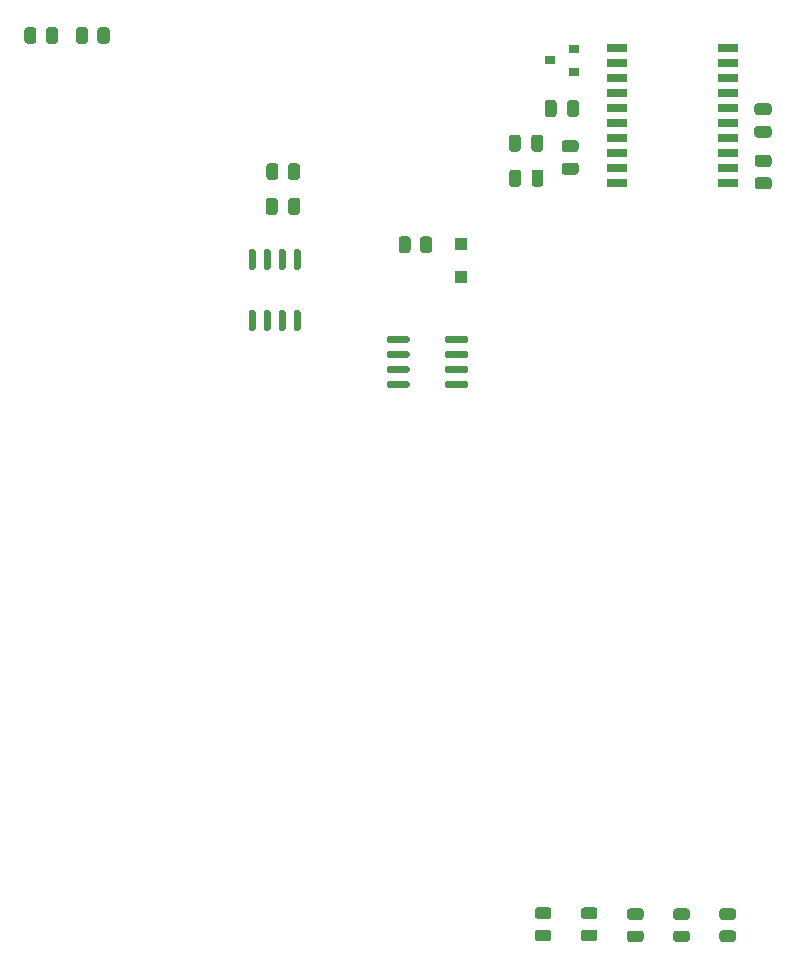
<source format=gbr>
%TF.GenerationSoftware,KiCad,Pcbnew,(5.1.9)-1*%
%TF.CreationDate,2021-04-03T20:31:08-05:00*%
%TF.ProjectId,IV Curve Tracer,49562043-7572-4766-9520-547261636572,1.1*%
%TF.SameCoordinates,Original*%
%TF.FileFunction,Paste,Top*%
%TF.FilePolarity,Positive*%
%FSLAX46Y46*%
G04 Gerber Fmt 4.6, Leading zero omitted, Abs format (unit mm)*
G04 Created by KiCad (PCBNEW (5.1.9)-1) date 2021-04-03 20:31:08*
%MOMM*%
%LPD*%
G01*
G04 APERTURE LIST*
%ADD10R,1.100000X1.100000*%
%ADD11R,1.800000X0.650000*%
%ADD12R,0.900000X0.800000*%
G04 APERTURE END LIST*
%TO.C,U3*%
G36*
G01*
X53575000Y-46680000D02*
X53875000Y-46680000D01*
G75*
G02*
X54025000Y-46830000I0J-150000D01*
G01*
X54025000Y-48280000D01*
G75*
G02*
X53875000Y-48430000I-150000J0D01*
G01*
X53575000Y-48430000D01*
G75*
G02*
X53425000Y-48280000I0J150000D01*
G01*
X53425000Y-46830000D01*
G75*
G02*
X53575000Y-46680000I150000J0D01*
G01*
G37*
G36*
G01*
X52305000Y-46680000D02*
X52605000Y-46680000D01*
G75*
G02*
X52755000Y-46830000I0J-150000D01*
G01*
X52755000Y-48280000D01*
G75*
G02*
X52605000Y-48430000I-150000J0D01*
G01*
X52305000Y-48430000D01*
G75*
G02*
X52155000Y-48280000I0J150000D01*
G01*
X52155000Y-46830000D01*
G75*
G02*
X52305000Y-46680000I150000J0D01*
G01*
G37*
G36*
G01*
X51035000Y-46680000D02*
X51335000Y-46680000D01*
G75*
G02*
X51485000Y-46830000I0J-150000D01*
G01*
X51485000Y-48280000D01*
G75*
G02*
X51335000Y-48430000I-150000J0D01*
G01*
X51035000Y-48430000D01*
G75*
G02*
X50885000Y-48280000I0J150000D01*
G01*
X50885000Y-46830000D01*
G75*
G02*
X51035000Y-46680000I150000J0D01*
G01*
G37*
G36*
G01*
X49765000Y-46680000D02*
X50065000Y-46680000D01*
G75*
G02*
X50215000Y-46830000I0J-150000D01*
G01*
X50215000Y-48280000D01*
G75*
G02*
X50065000Y-48430000I-150000J0D01*
G01*
X49765000Y-48430000D01*
G75*
G02*
X49615000Y-48280000I0J150000D01*
G01*
X49615000Y-46830000D01*
G75*
G02*
X49765000Y-46680000I150000J0D01*
G01*
G37*
G36*
G01*
X49765000Y-41530000D02*
X50065000Y-41530000D01*
G75*
G02*
X50215000Y-41680000I0J-150000D01*
G01*
X50215000Y-43130000D01*
G75*
G02*
X50065000Y-43280000I-150000J0D01*
G01*
X49765000Y-43280000D01*
G75*
G02*
X49615000Y-43130000I0J150000D01*
G01*
X49615000Y-41680000D01*
G75*
G02*
X49765000Y-41530000I150000J0D01*
G01*
G37*
G36*
G01*
X51035000Y-41530000D02*
X51335000Y-41530000D01*
G75*
G02*
X51485000Y-41680000I0J-150000D01*
G01*
X51485000Y-43130000D01*
G75*
G02*
X51335000Y-43280000I-150000J0D01*
G01*
X51035000Y-43280000D01*
G75*
G02*
X50885000Y-43130000I0J150000D01*
G01*
X50885000Y-41680000D01*
G75*
G02*
X51035000Y-41530000I150000J0D01*
G01*
G37*
G36*
G01*
X52305000Y-41530000D02*
X52605000Y-41530000D01*
G75*
G02*
X52755000Y-41680000I0J-150000D01*
G01*
X52755000Y-43130000D01*
G75*
G02*
X52605000Y-43280000I-150000J0D01*
G01*
X52305000Y-43280000D01*
G75*
G02*
X52155000Y-43130000I0J150000D01*
G01*
X52155000Y-41680000D01*
G75*
G02*
X52305000Y-41530000I150000J0D01*
G01*
G37*
G36*
G01*
X53575000Y-41530000D02*
X53875000Y-41530000D01*
G75*
G02*
X54025000Y-41680000I0J-150000D01*
G01*
X54025000Y-43130000D01*
G75*
G02*
X53875000Y-43280000I-150000J0D01*
G01*
X53575000Y-43280000D01*
G75*
G02*
X53425000Y-43130000I0J150000D01*
G01*
X53425000Y-41680000D01*
G75*
G02*
X53575000Y-41530000I150000J0D01*
G01*
G37*
%TD*%
D10*
%TO.C,D4*%
X67610000Y-43840000D03*
X67610000Y-41040000D03*
%TD*%
%TO.C,U4*%
G36*
G01*
X68200000Y-52835000D02*
X68200000Y-53135000D01*
G75*
G02*
X68050000Y-53285000I-150000J0D01*
G01*
X66400000Y-53285000D01*
G75*
G02*
X66250000Y-53135000I0J150000D01*
G01*
X66250000Y-52835000D01*
G75*
G02*
X66400000Y-52685000I150000J0D01*
G01*
X68050000Y-52685000D01*
G75*
G02*
X68200000Y-52835000I0J-150000D01*
G01*
G37*
G36*
G01*
X68200000Y-51565000D02*
X68200000Y-51865000D01*
G75*
G02*
X68050000Y-52015000I-150000J0D01*
G01*
X66400000Y-52015000D01*
G75*
G02*
X66250000Y-51865000I0J150000D01*
G01*
X66250000Y-51565000D01*
G75*
G02*
X66400000Y-51415000I150000J0D01*
G01*
X68050000Y-51415000D01*
G75*
G02*
X68200000Y-51565000I0J-150000D01*
G01*
G37*
G36*
G01*
X68200000Y-50295000D02*
X68200000Y-50595000D01*
G75*
G02*
X68050000Y-50745000I-150000J0D01*
G01*
X66400000Y-50745000D01*
G75*
G02*
X66250000Y-50595000I0J150000D01*
G01*
X66250000Y-50295000D01*
G75*
G02*
X66400000Y-50145000I150000J0D01*
G01*
X68050000Y-50145000D01*
G75*
G02*
X68200000Y-50295000I0J-150000D01*
G01*
G37*
G36*
G01*
X68200000Y-49025000D02*
X68200000Y-49325000D01*
G75*
G02*
X68050000Y-49475000I-150000J0D01*
G01*
X66400000Y-49475000D01*
G75*
G02*
X66250000Y-49325000I0J150000D01*
G01*
X66250000Y-49025000D01*
G75*
G02*
X66400000Y-48875000I150000J0D01*
G01*
X68050000Y-48875000D01*
G75*
G02*
X68200000Y-49025000I0J-150000D01*
G01*
G37*
G36*
G01*
X63250000Y-49025000D02*
X63250000Y-49325000D01*
G75*
G02*
X63100000Y-49475000I-150000J0D01*
G01*
X61450000Y-49475000D01*
G75*
G02*
X61300000Y-49325000I0J150000D01*
G01*
X61300000Y-49025000D01*
G75*
G02*
X61450000Y-48875000I150000J0D01*
G01*
X63100000Y-48875000D01*
G75*
G02*
X63250000Y-49025000I0J-150000D01*
G01*
G37*
G36*
G01*
X63250000Y-50295000D02*
X63250000Y-50595000D01*
G75*
G02*
X63100000Y-50745000I-150000J0D01*
G01*
X61450000Y-50745000D01*
G75*
G02*
X61300000Y-50595000I0J150000D01*
G01*
X61300000Y-50295000D01*
G75*
G02*
X61450000Y-50145000I150000J0D01*
G01*
X63100000Y-50145000D01*
G75*
G02*
X63250000Y-50295000I0J-150000D01*
G01*
G37*
G36*
G01*
X63250000Y-51565000D02*
X63250000Y-51865000D01*
G75*
G02*
X63100000Y-52015000I-150000J0D01*
G01*
X61450000Y-52015000D01*
G75*
G02*
X61300000Y-51865000I0J150000D01*
G01*
X61300000Y-51565000D01*
G75*
G02*
X61450000Y-51415000I150000J0D01*
G01*
X63100000Y-51415000D01*
G75*
G02*
X63250000Y-51565000I0J-150000D01*
G01*
G37*
G36*
G01*
X63250000Y-52835000D02*
X63250000Y-53135000D01*
G75*
G02*
X63100000Y-53285000I-150000J0D01*
G01*
X61450000Y-53285000D01*
G75*
G02*
X61300000Y-53135000I0J150000D01*
G01*
X61300000Y-52835000D01*
G75*
G02*
X61450000Y-52685000I150000J0D01*
G01*
X63100000Y-52685000D01*
G75*
G02*
X63250000Y-52835000I0J-150000D01*
G01*
G37*
%TD*%
%TO.C,C6*%
G36*
G01*
X52080000Y-37425000D02*
X52080000Y-38375000D01*
G75*
G02*
X51830000Y-38625000I-250000J0D01*
G01*
X51330000Y-38625000D01*
G75*
G02*
X51080000Y-38375000I0J250000D01*
G01*
X51080000Y-37425000D01*
G75*
G02*
X51330000Y-37175000I250000J0D01*
G01*
X51830000Y-37175000D01*
G75*
G02*
X52080000Y-37425000I0J-250000D01*
G01*
G37*
G36*
G01*
X53980000Y-37425000D02*
X53980000Y-38375000D01*
G75*
G02*
X53730000Y-38625000I-250000J0D01*
G01*
X53230000Y-38625000D01*
G75*
G02*
X52980000Y-38375000I0J250000D01*
G01*
X52980000Y-37425000D01*
G75*
G02*
X53230000Y-37175000I250000J0D01*
G01*
X53730000Y-37175000D01*
G75*
G02*
X53980000Y-37425000I0J-250000D01*
G01*
G37*
%TD*%
D11*
%TO.C,U5*%
X80775000Y-35955000D03*
X80775000Y-34685000D03*
X80775000Y-33415000D03*
X80775000Y-32145000D03*
X80775000Y-30875000D03*
X80775000Y-29605000D03*
X80775000Y-28335000D03*
X80775000Y-27065000D03*
X80775000Y-25795000D03*
X80775000Y-24525000D03*
X90225000Y-24525000D03*
X90225000Y-25795000D03*
X90225000Y-27065000D03*
X90225000Y-28335000D03*
X90225000Y-29605000D03*
X90225000Y-30875000D03*
X90225000Y-32145000D03*
X90225000Y-33415000D03*
X90225000Y-34685000D03*
X90225000Y-35955000D03*
%TD*%
D12*
%TO.C,U6*%
X75150000Y-25530000D03*
X77150000Y-24580000D03*
X77150000Y-26480000D03*
%TD*%
%TO.C,R14*%
G36*
G01*
X36820000Y-23880001D02*
X36820000Y-22979999D01*
G75*
G02*
X37069999Y-22730000I249999J0D01*
G01*
X37595001Y-22730000D01*
G75*
G02*
X37845000Y-22979999I0J-249999D01*
G01*
X37845000Y-23880001D01*
G75*
G02*
X37595001Y-24130000I-249999J0D01*
G01*
X37069999Y-24130000D01*
G75*
G02*
X36820000Y-23880001I0J249999D01*
G01*
G37*
G36*
G01*
X34995000Y-23880001D02*
X34995000Y-22979999D01*
G75*
G02*
X35244999Y-22730000I249999J0D01*
G01*
X35770001Y-22730000D01*
G75*
G02*
X36020000Y-22979999I0J-249999D01*
G01*
X36020000Y-23880001D01*
G75*
G02*
X35770001Y-24130000I-249999J0D01*
G01*
X35244999Y-24130000D01*
G75*
G02*
X34995000Y-23880001I0J249999D01*
G01*
G37*
%TD*%
%TO.C,R13*%
G36*
G01*
X32452500Y-23880001D02*
X32452500Y-22979999D01*
G75*
G02*
X32702499Y-22730000I249999J0D01*
G01*
X33227501Y-22730000D01*
G75*
G02*
X33477500Y-22979999I0J-249999D01*
G01*
X33477500Y-23880001D01*
G75*
G02*
X33227501Y-24130000I-249999J0D01*
G01*
X32702499Y-24130000D01*
G75*
G02*
X32452500Y-23880001I0J249999D01*
G01*
G37*
G36*
G01*
X30627500Y-23880001D02*
X30627500Y-22979999D01*
G75*
G02*
X30877499Y-22730000I249999J0D01*
G01*
X31402501Y-22730000D01*
G75*
G02*
X31652500Y-22979999I0J-249999D01*
G01*
X31652500Y-23880001D01*
G75*
G02*
X31402501Y-24130000I-249999J0D01*
G01*
X30877499Y-24130000D01*
G75*
G02*
X30627500Y-23880001I0J249999D01*
G01*
G37*
%TD*%
%TO.C,R10*%
G36*
G01*
X63337500Y-40689999D02*
X63337500Y-41590001D01*
G75*
G02*
X63087501Y-41840000I-249999J0D01*
G01*
X62562499Y-41840000D01*
G75*
G02*
X62312500Y-41590001I0J249999D01*
G01*
X62312500Y-40689999D01*
G75*
G02*
X62562499Y-40440000I249999J0D01*
G01*
X63087501Y-40440000D01*
G75*
G02*
X63337500Y-40689999I0J-249999D01*
G01*
G37*
G36*
G01*
X65162500Y-40689999D02*
X65162500Y-41590001D01*
G75*
G02*
X64912501Y-41840000I-249999J0D01*
G01*
X64387499Y-41840000D01*
G75*
G02*
X64137500Y-41590001I0J249999D01*
G01*
X64137500Y-40689999D01*
G75*
G02*
X64387499Y-40440000I249999J0D01*
G01*
X64912501Y-40440000D01*
G75*
G02*
X65162500Y-40689999I0J-249999D01*
G01*
G37*
%TD*%
%TO.C,R8*%
G36*
G01*
X51117500Y-35400001D02*
X51117500Y-34499999D01*
G75*
G02*
X51367499Y-34250000I249999J0D01*
G01*
X51892501Y-34250000D01*
G75*
G02*
X52142500Y-34499999I0J-249999D01*
G01*
X52142500Y-35400001D01*
G75*
G02*
X51892501Y-35650000I-249999J0D01*
G01*
X51367499Y-35650000D01*
G75*
G02*
X51117500Y-35400001I0J249999D01*
G01*
G37*
G36*
G01*
X52942500Y-35400001D02*
X52942500Y-34499999D01*
G75*
G02*
X53192499Y-34250000I249999J0D01*
G01*
X53717501Y-34250000D01*
G75*
G02*
X53967500Y-34499999I0J-249999D01*
G01*
X53967500Y-35400001D01*
G75*
G02*
X53717501Y-35650000I-249999J0D01*
G01*
X53192499Y-35650000D01*
G75*
G02*
X52942500Y-35400001I0J249999D01*
G01*
G37*
%TD*%
%TO.C,LED5*%
G36*
G01*
X90636250Y-98302500D02*
X89723750Y-98302500D01*
G75*
G02*
X89480000Y-98058750I0J243750D01*
G01*
X89480000Y-97571250D01*
G75*
G02*
X89723750Y-97327500I243750J0D01*
G01*
X90636250Y-97327500D01*
G75*
G02*
X90880000Y-97571250I0J-243750D01*
G01*
X90880000Y-98058750D01*
G75*
G02*
X90636250Y-98302500I-243750J0D01*
G01*
G37*
G36*
G01*
X90636250Y-100177500D02*
X89723750Y-100177500D01*
G75*
G02*
X89480000Y-99933750I0J243750D01*
G01*
X89480000Y-99446250D01*
G75*
G02*
X89723750Y-99202500I243750J0D01*
G01*
X90636250Y-99202500D01*
G75*
G02*
X90880000Y-99446250I0J-243750D01*
G01*
X90880000Y-99933750D01*
G75*
G02*
X90636250Y-100177500I-243750J0D01*
G01*
G37*
%TD*%
%TO.C,LED4*%
G36*
G01*
X82816250Y-98317500D02*
X81903750Y-98317500D01*
G75*
G02*
X81660000Y-98073750I0J243750D01*
G01*
X81660000Y-97586250D01*
G75*
G02*
X81903750Y-97342500I243750J0D01*
G01*
X82816250Y-97342500D01*
G75*
G02*
X83060000Y-97586250I0J-243750D01*
G01*
X83060000Y-98073750D01*
G75*
G02*
X82816250Y-98317500I-243750J0D01*
G01*
G37*
G36*
G01*
X82816250Y-100192500D02*
X81903750Y-100192500D01*
G75*
G02*
X81660000Y-99948750I0J243750D01*
G01*
X81660000Y-99461250D01*
G75*
G02*
X81903750Y-99217500I243750J0D01*
G01*
X82816250Y-99217500D01*
G75*
G02*
X83060000Y-99461250I0J-243750D01*
G01*
X83060000Y-99948750D01*
G75*
G02*
X82816250Y-100192500I-243750J0D01*
G01*
G37*
%TD*%
%TO.C,LED3*%
G36*
G01*
X86726250Y-98310000D02*
X85813750Y-98310000D01*
G75*
G02*
X85570000Y-98066250I0J243750D01*
G01*
X85570000Y-97578750D01*
G75*
G02*
X85813750Y-97335000I243750J0D01*
G01*
X86726250Y-97335000D01*
G75*
G02*
X86970000Y-97578750I0J-243750D01*
G01*
X86970000Y-98066250D01*
G75*
G02*
X86726250Y-98310000I-243750J0D01*
G01*
G37*
G36*
G01*
X86726250Y-100185000D02*
X85813750Y-100185000D01*
G75*
G02*
X85570000Y-99941250I0J243750D01*
G01*
X85570000Y-99453750D01*
G75*
G02*
X85813750Y-99210000I243750J0D01*
G01*
X86726250Y-99210000D01*
G75*
G02*
X86970000Y-99453750I0J-243750D01*
G01*
X86970000Y-99941250D01*
G75*
G02*
X86726250Y-100185000I-243750J0D01*
G01*
G37*
%TD*%
%TO.C,LED2*%
G36*
G01*
X78906250Y-98230000D02*
X77993750Y-98230000D01*
G75*
G02*
X77750000Y-97986250I0J243750D01*
G01*
X77750000Y-97498750D01*
G75*
G02*
X77993750Y-97255000I243750J0D01*
G01*
X78906250Y-97255000D01*
G75*
G02*
X79150000Y-97498750I0J-243750D01*
G01*
X79150000Y-97986250D01*
G75*
G02*
X78906250Y-98230000I-243750J0D01*
G01*
G37*
G36*
G01*
X78906250Y-100105000D02*
X77993750Y-100105000D01*
G75*
G02*
X77750000Y-99861250I0J243750D01*
G01*
X77750000Y-99373750D01*
G75*
G02*
X77993750Y-99130000I243750J0D01*
G01*
X78906250Y-99130000D01*
G75*
G02*
X79150000Y-99373750I0J-243750D01*
G01*
X79150000Y-99861250D01*
G75*
G02*
X78906250Y-100105000I-243750J0D01*
G01*
G37*
%TD*%
%TO.C,LED1*%
G36*
G01*
X75006250Y-98227500D02*
X74093750Y-98227500D01*
G75*
G02*
X73850000Y-97983750I0J243750D01*
G01*
X73850000Y-97496250D01*
G75*
G02*
X74093750Y-97252500I243750J0D01*
G01*
X75006250Y-97252500D01*
G75*
G02*
X75250000Y-97496250I0J-243750D01*
G01*
X75250000Y-97983750D01*
G75*
G02*
X75006250Y-98227500I-243750J0D01*
G01*
G37*
G36*
G01*
X75006250Y-100102500D02*
X74093750Y-100102500D01*
G75*
G02*
X73850000Y-99858750I0J243750D01*
G01*
X73850000Y-99371250D01*
G75*
G02*
X74093750Y-99127500I243750J0D01*
G01*
X75006250Y-99127500D01*
G75*
G02*
X75250000Y-99371250I0J-243750D01*
G01*
X75250000Y-99858750D01*
G75*
G02*
X75006250Y-100102500I-243750J0D01*
G01*
G37*
%TD*%
%TO.C,C19*%
G36*
G01*
X76590000Y-30085000D02*
X76590000Y-29135000D01*
G75*
G02*
X76840000Y-28885000I250000J0D01*
G01*
X77340000Y-28885000D01*
G75*
G02*
X77590000Y-29135000I0J-250000D01*
G01*
X77590000Y-30085000D01*
G75*
G02*
X77340000Y-30335000I-250000J0D01*
G01*
X76840000Y-30335000D01*
G75*
G02*
X76590000Y-30085000I0J250000D01*
G01*
G37*
G36*
G01*
X74690000Y-30085000D02*
X74690000Y-29135000D01*
G75*
G02*
X74940000Y-28885000I250000J0D01*
G01*
X75440000Y-28885000D01*
G75*
G02*
X75690000Y-29135000I0J-250000D01*
G01*
X75690000Y-30085000D01*
G75*
G02*
X75440000Y-30335000I-250000J0D01*
G01*
X74940000Y-30335000D01*
G75*
G02*
X74690000Y-30085000I0J250000D01*
G01*
G37*
%TD*%
%TO.C,C18*%
G36*
G01*
X72650000Y-32065000D02*
X72650000Y-33015000D01*
G75*
G02*
X72400000Y-33265000I-250000J0D01*
G01*
X71900000Y-33265000D01*
G75*
G02*
X71650000Y-33015000I0J250000D01*
G01*
X71650000Y-32065000D01*
G75*
G02*
X71900000Y-31815000I250000J0D01*
G01*
X72400000Y-31815000D01*
G75*
G02*
X72650000Y-32065000I0J-250000D01*
G01*
G37*
G36*
G01*
X74550000Y-32065000D02*
X74550000Y-33015000D01*
G75*
G02*
X74300000Y-33265000I-250000J0D01*
G01*
X73800000Y-33265000D01*
G75*
G02*
X73550000Y-33015000I0J250000D01*
G01*
X73550000Y-32065000D01*
G75*
G02*
X73800000Y-31815000I250000J0D01*
G01*
X74300000Y-31815000D01*
G75*
G02*
X74550000Y-32065000I0J-250000D01*
G01*
G37*
%TD*%
%TO.C,C17*%
G36*
G01*
X72680000Y-35035000D02*
X72680000Y-35985000D01*
G75*
G02*
X72430000Y-36235000I-250000J0D01*
G01*
X71930000Y-36235000D01*
G75*
G02*
X71680000Y-35985000I0J250000D01*
G01*
X71680000Y-35035000D01*
G75*
G02*
X71930000Y-34785000I250000J0D01*
G01*
X72430000Y-34785000D01*
G75*
G02*
X72680000Y-35035000I0J-250000D01*
G01*
G37*
G36*
G01*
X74580000Y-35035000D02*
X74580000Y-35985000D01*
G75*
G02*
X74330000Y-36235000I-250000J0D01*
G01*
X73830000Y-36235000D01*
G75*
G02*
X73580000Y-35985000I0J250000D01*
G01*
X73580000Y-35035000D01*
G75*
G02*
X73830000Y-34785000I250000J0D01*
G01*
X74330000Y-34785000D01*
G75*
G02*
X74580000Y-35035000I0J-250000D01*
G01*
G37*
%TD*%
%TO.C,C16*%
G36*
G01*
X77315000Y-33300000D02*
X76365000Y-33300000D01*
G75*
G02*
X76115000Y-33050000I0J250000D01*
G01*
X76115000Y-32550000D01*
G75*
G02*
X76365000Y-32300000I250000J0D01*
G01*
X77315000Y-32300000D01*
G75*
G02*
X77565000Y-32550000I0J-250000D01*
G01*
X77565000Y-33050000D01*
G75*
G02*
X77315000Y-33300000I-250000J0D01*
G01*
G37*
G36*
G01*
X77315000Y-35200000D02*
X76365000Y-35200000D01*
G75*
G02*
X76115000Y-34950000I0J250000D01*
G01*
X76115000Y-34450000D01*
G75*
G02*
X76365000Y-34200000I250000J0D01*
G01*
X77315000Y-34200000D01*
G75*
G02*
X77565000Y-34450000I0J-250000D01*
G01*
X77565000Y-34950000D01*
G75*
G02*
X77315000Y-35200000I-250000J0D01*
G01*
G37*
%TD*%
%TO.C,C14*%
G36*
G01*
X93645000Y-30170000D02*
X92695000Y-30170000D01*
G75*
G02*
X92445000Y-29920000I0J250000D01*
G01*
X92445000Y-29420000D01*
G75*
G02*
X92695000Y-29170000I250000J0D01*
G01*
X93645000Y-29170000D01*
G75*
G02*
X93895000Y-29420000I0J-250000D01*
G01*
X93895000Y-29920000D01*
G75*
G02*
X93645000Y-30170000I-250000J0D01*
G01*
G37*
G36*
G01*
X93645000Y-32070000D02*
X92695000Y-32070000D01*
G75*
G02*
X92445000Y-31820000I0J250000D01*
G01*
X92445000Y-31320000D01*
G75*
G02*
X92695000Y-31070000I250000J0D01*
G01*
X93645000Y-31070000D01*
G75*
G02*
X93895000Y-31320000I0J-250000D01*
G01*
X93895000Y-31820000D01*
G75*
G02*
X93645000Y-32070000I-250000J0D01*
G01*
G37*
%TD*%
%TO.C,C12*%
G36*
G01*
X92705000Y-35450000D02*
X93655000Y-35450000D01*
G75*
G02*
X93905000Y-35700000I0J-250000D01*
G01*
X93905000Y-36200000D01*
G75*
G02*
X93655000Y-36450000I-250000J0D01*
G01*
X92705000Y-36450000D01*
G75*
G02*
X92455000Y-36200000I0J250000D01*
G01*
X92455000Y-35700000D01*
G75*
G02*
X92705000Y-35450000I250000J0D01*
G01*
G37*
G36*
G01*
X92705000Y-33550000D02*
X93655000Y-33550000D01*
G75*
G02*
X93905000Y-33800000I0J-250000D01*
G01*
X93905000Y-34300000D01*
G75*
G02*
X93655000Y-34550000I-250000J0D01*
G01*
X92705000Y-34550000D01*
G75*
G02*
X92455000Y-34300000I0J250000D01*
G01*
X92455000Y-33800000D01*
G75*
G02*
X92705000Y-33550000I250000J0D01*
G01*
G37*
%TD*%
M02*

</source>
